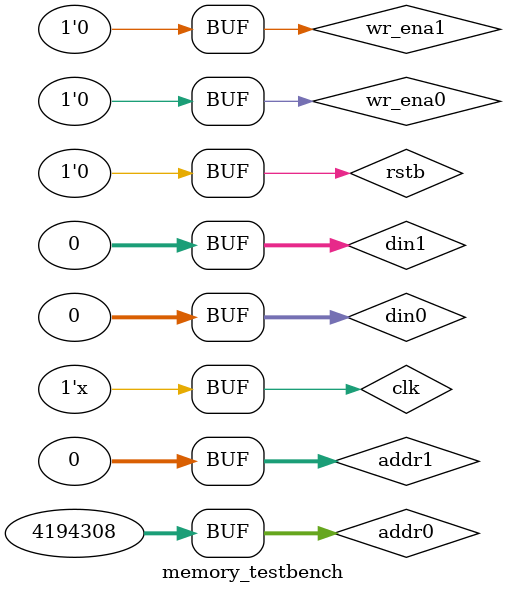
<source format=v>
`timescale 1ns / 1ps


module memory_testbench;

	// Inputs
	reg clk;
	reg rstb;
	reg wr_ena0;
	reg [31:0] addr0;
	reg [31:0] din0;
	reg wr_ena1;
	reg [31:0] addr1;
	reg [31:0] din1;

	// Outputs
	wire error;
	wire [31:0] dout0;
	wire [31:0] dout1;

	// Instantiate the Unit Under Test (UUT)
	synth_dual_port_memory uut (
		.clk(clk), 
		.rstb(rstb), 
		.error(error), 
		.wr_ena0(wr_ena0), 
		.addr0(addr0), 
		.din0(din0), 
		.dout0(dout0), 
		.wr_ena1(wr_ena1), 
		.addr1(addr1), 
		.din1(din1), 
		.dout1(dout1)
	);

	initial begin
		// Initialize Inputs
		clk = 0;
		rstb = 0;
		wr_ena0 = 0;
		addr0 = 0;
		din0 = 0;
		wr_ena1 = 0;
		addr1 = 0;
		din1 = 0;

		// Wait 100 ns for global reset to finish
		#100;
        
		// Add stimulus here
		addr0 = 32'h00400000; #20;
		addr0 = 32'h00400004; #20;

	end
	
	//simulating the clock
	always #5 clk = !clk;
      
endmodule


</source>
